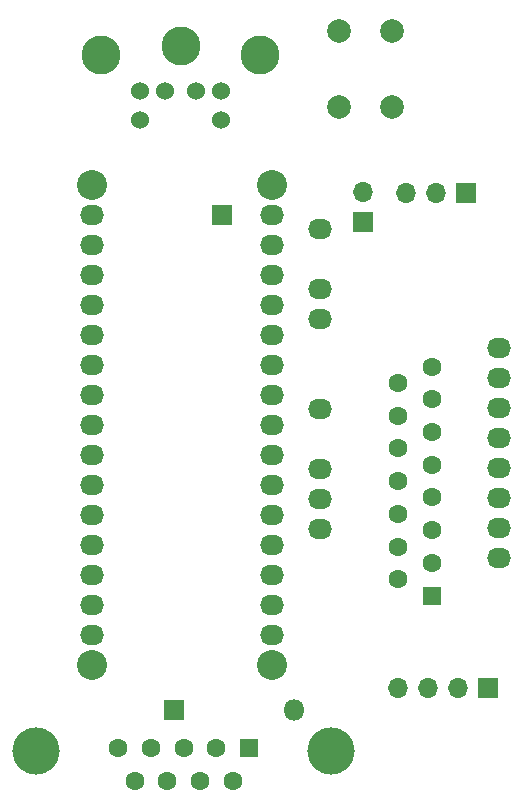
<source format=gbr>
%TF.GenerationSoftware,KiCad,Pcbnew,(6.0.2)*%
%TF.CreationDate,2024-03-24T18:16:07+01:00*%
%TF.ProjectId,amigaps2 revision1.105,616d6967-6170-4733-9220-726576697369,rev?*%
%TF.SameCoordinates,Original*%
%TF.FileFunction,Soldermask,Top*%
%TF.FilePolarity,Negative*%
%FSLAX46Y46*%
G04 Gerber Fmt 4.6, Leading zero omitted, Abs format (unit mm)*
G04 Created by KiCad (PCBNEW (6.0.2)) date 2024-03-24 18:16:07*
%MOMM*%
%LPD*%
G01*
G04 APERTURE LIST*
%ADD10O,2.032000X1.727200*%
%ADD11C,2.540000*%
%ADD12R,1.700000X1.700000*%
%ADD13O,1.700000X1.700000*%
%ADD14C,1.600000*%
%ADD15C,4.000000*%
%ADD16R,1.600000X1.600000*%
%ADD17R,1.800000X1.800000*%
%ADD18O,1.800000X1.800000*%
%ADD19C,1.524000*%
%ADD20C,3.300000*%
%ADD21C,2.000000*%
G04 APERTURE END LIST*
D10*
%TO.C,P1*%
X139446000Y-71247000D03*
X139446000Y-73787000D03*
X139446000Y-76327000D03*
X139446000Y-78867000D03*
X139446000Y-81407000D03*
X139446000Y-83947000D03*
X139446000Y-86487000D03*
X139446000Y-91567000D03*
X139446000Y-94107000D03*
X139446000Y-96647000D03*
X139446000Y-99187000D03*
X139446000Y-101727000D03*
X139446000Y-104267000D03*
X139446000Y-106807000D03*
X139446000Y-89027000D03*
%TD*%
%TO.C,P2*%
X154686000Y-71247000D03*
X154686000Y-73787000D03*
X154686000Y-76327000D03*
X154686000Y-78867000D03*
X154686000Y-81407000D03*
X154686000Y-83947000D03*
X154686000Y-86487000D03*
X154686000Y-89027000D03*
X154686000Y-91567000D03*
X154686000Y-94107000D03*
X154686000Y-96647000D03*
X154686000Y-99187000D03*
X154686000Y-101727000D03*
X154686000Y-104267000D03*
X154686000Y-106807000D03*
%TD*%
D11*
%TO.C,P3*%
X139446000Y-68707000D03*
%TD*%
%TO.C,P4*%
X139446000Y-109347000D03*
%TD*%
%TO.C,P5*%
X154686000Y-109347000D03*
%TD*%
%TO.C,P6*%
X154686000Y-68707000D03*
%TD*%
D10*
%TO.C,*%
X173959507Y-97770000D03*
%TD*%
%TO.C,*%
X173959507Y-85070000D03*
%TD*%
D12*
%TO.C,REF\u002A\u002A*%
X162458400Y-71780400D03*
D13*
X162458400Y-69240400D03*
%TD*%
D14*
%TO.C,*%
X165384200Y-93759200D03*
%TD*%
D10*
%TO.C,*%
X173959507Y-95230000D03*
%TD*%
%TO.C,*%
X158750000Y-80010000D03*
%TD*%
D14*
%TO.C,*%
X165384200Y-96529200D03*
%TD*%
D10*
%TO.C,*%
X173959507Y-100310000D03*
%TD*%
%TO.C,*%
X173959507Y-90150000D03*
%TD*%
%TO.C,*%
X173959507Y-87610000D03*
%TD*%
D14*
%TO.C,*%
X165384200Y-102069200D03*
%TD*%
D12*
%TO.C,CONFIG*%
X171181000Y-69367000D03*
D13*
X168641000Y-69367000D03*
X166101000Y-69367000D03*
%TD*%
D14*
%TO.C,*%
X168224200Y-89604200D03*
%TD*%
D10*
%TO.C,*%
X158750000Y-87630000D03*
%TD*%
D15*
%TO.C,Female DSUB9 connector*%
X134741000Y-116632000D03*
X159741000Y-116632000D03*
D14*
X148626000Y-119172000D03*
X145856000Y-119172000D03*
X150011000Y-116332000D03*
X144471000Y-116332000D03*
X151396000Y-119172000D03*
X141701000Y-116332000D03*
X143086000Y-119172000D03*
D16*
X152781000Y-116332000D03*
D14*
X147241000Y-116332000D03*
%TD*%
D17*
%TO.C,DIODE*%
X146431000Y-113157000D03*
D18*
X156591000Y-113157000D03*
%TD*%
D10*
%TO.C,*%
X158750000Y-95250000D03*
%TD*%
D14*
%TO.C,*%
X168224200Y-95144200D03*
%TD*%
%TO.C,*%
X168224200Y-84064200D03*
%TD*%
D19*
%TO.C,J1*%
X143568000Y-60706000D03*
X150368000Y-60706000D03*
D20*
X146968000Y-56906000D03*
X140218000Y-57706000D03*
X153718000Y-57706000D03*
D19*
X143568000Y-63206000D03*
X150368000Y-63206000D03*
X145668000Y-60706000D03*
X148268000Y-60706000D03*
%TD*%
D16*
%TO.C,*%
X168224200Y-103454200D03*
%TD*%
D12*
%TO.C,REF\u002A\u002A*%
X173024800Y-111252000D03*
D13*
X170484800Y-111252000D03*
X167944800Y-111252000D03*
X165404800Y-111252000D03*
%TD*%
D10*
%TO.C,*%
X158750000Y-77470000D03*
%TD*%
D14*
%TO.C,*%
X165384200Y-90989200D03*
%TD*%
D10*
%TO.C,*%
X173959507Y-82530000D03*
%TD*%
D14*
%TO.C,*%
X168224200Y-100684200D03*
%TD*%
D10*
%TO.C,*%
X173959507Y-92690000D03*
%TD*%
%TO.C,*%
X158750000Y-97790000D03*
%TD*%
D14*
%TO.C,*%
X168224200Y-97914200D03*
%TD*%
D21*
%TO.C,MouseDPI*%
X164846000Y-62126000D03*
X164846000Y-55626000D03*
X160346000Y-62126000D03*
X160346000Y-55626000D03*
%TD*%
D12*
%TO.C,REF\u002A\u002A*%
X150469600Y-71221600D03*
%TD*%
D14*
%TO.C,*%
X165384200Y-99299200D03*
%TD*%
%TO.C,*%
X165384200Y-85449200D03*
%TD*%
D10*
%TO.C,*%
X158750000Y-72390000D03*
%TD*%
%TO.C,*%
X158750000Y-92710000D03*
%TD*%
D14*
%TO.C,*%
X168224200Y-86834200D03*
%TD*%
%TO.C,*%
X165384200Y-88219200D03*
%TD*%
%TO.C,*%
X168224200Y-92374200D03*
%TD*%
M02*

</source>
